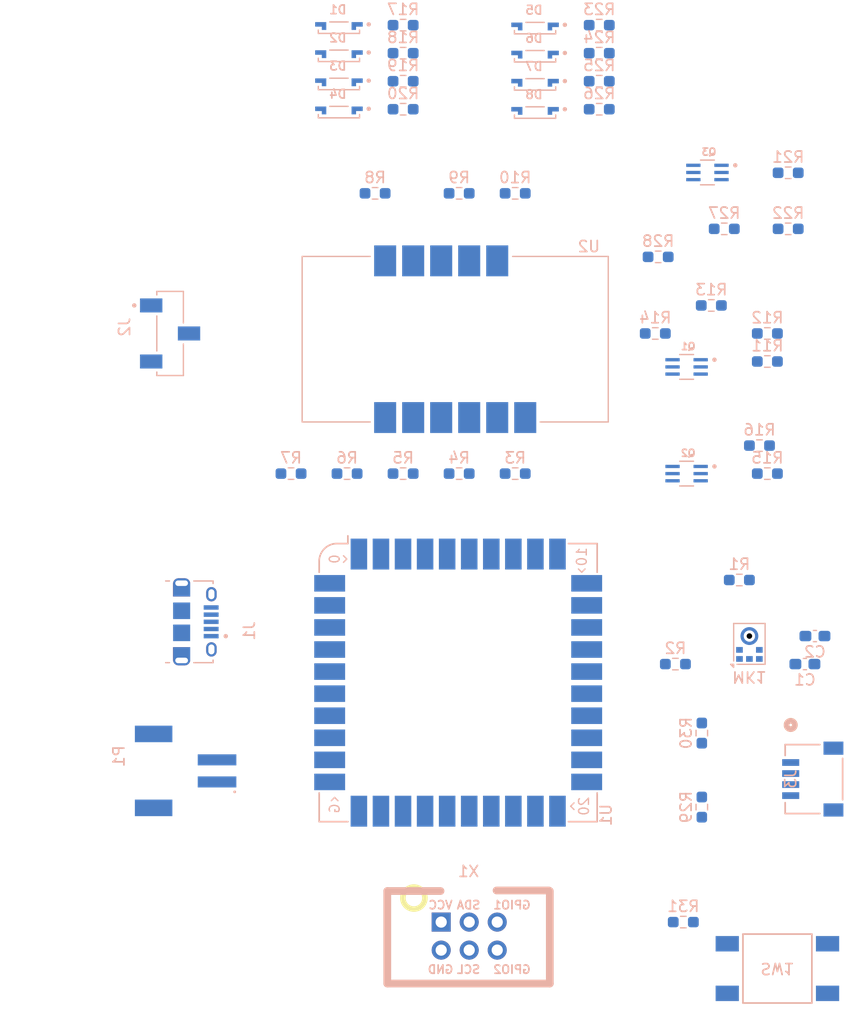
<source format=kicad_pcb>
(kicad_pcb (version 20241229) (generator "pcbnew") (generator_version "9.0")
  (layers (0 "F.Cu" signal) (2 "B.Cu" signal) (13 "F.Paste" user) (15 "B.Paste" user) (5 "F.SilkS" user "F.Silkscreen") (7 "B.SilkS" user "B.Silkscreen") (1 "F.Mask" user) (3 "B.Mask" user) (25 "Edge.Cuts" user))
  (net 0 "")
  (net 1 "+3.3V")
  (net 2 "GND")
  (net 3 "Net-(D1-PadC)")
  (net 4 "Net-(D1-PadA)")
  (net 5 "Net-(D2-PadA)")
  (net 6 "Net-(D3-PadA)")
  (net 7 "Net-(D4-PadA)")
  (net 8 "Net-(D5-PadC)")
  (net 9 "Net-(D5-PadA)")
  (net 10 "Net-(D6-PadA)")
  (net 11 "Net-(D7-PadA)")
  (net 12 "Net-(D8-PadA)")
  (net 14 "+5V")
  (net 15 "/USB_D+")
  (net 16 "/USB_D-")
  (net 17 "/SWDIO")
  (net 18 "/SWCLK")
  (net 19 "/QWIIC_SDA")
  (net 20 "/QWIIC_SCL")
  (net 21 "/LRCLK")
  (net 22 "/BCLK")
  (net 23 "Net-(MK1-SD)")
  (net 24 "/VBAT")
  (net 25 "Net-(Q1-Pad2)")
  (net 26 "Net-(U2-DIG1)")
  (net 27 "Net-(Q1-Pad5)")
  (net 28 "Net-(U2-DIG3)")
  (net 29 "Net-(U2-DIG2)")
  (net 32 "Net-(Q2-Pad2)")
  (net 34 "Net-(Q3-Pad2)")
  (net 35 "Net-(Q3-Pad5)")
  (net 36 "/DATA")
  (net 37 "Net-(U2-DP)")
  (net 38 "/7SEG_DP")
  (net 39 "Net-(U2-D)")
  (net 40 "/7SEG_D")
  (net 41 "Net-(U2-C)")
  (net 42 "/7SEG_C")
  (net 43 "/7SEG_G")
  (net 44 "Net-(U2-G)")
  (net 45 "/7SEG_E")
  (net 46 "Net-(U2-E)")
  (net 47 "Net-(U2-B)")
  (net 48 "/7SEG_B")
  (net 49 "Net-(U2-A)")
  (net 50 "/7SEG_A")
  (net 51 "Net-(U2-F)")
  (net 52 "/7SEG_F")
  (net 53 "/7SEG_DIG1")
  (net 54 "/7SEG_DIG2")
  (net 55 "/7SEG_DIG3")
  (net 56 "/EYE_1")
  (net 57 "/EYE_2")
  (net 58 "/BTN")
  (net 64 "/SAO_SCL")
  (net 65 "/SAO_RX")
  (net 69 "/SAO_TX")
  (net 71 "/<NO NET>")
  (footprint "badgelife_sao_v169bis:Badgelife-SAOv169-SAO-2x3" (layer "F.Cu") (at 149.8 130.79)
    (property "Reference" "X1" (at 0 -5.842 0) (layer "B.SilkS") (effects (justify mirror)))
    (property "Value" "Badgelife_sao_connector_v169bis")
    (fp_text user "VCC" (at -2.54 -2.794 0) (layer "B.SilkS") (effects (font (size 0.75 0.75)) (justify mirror)))
    (fp_text user "GND" (at -2.54 3.048 0) (layer "B.SilkS") (effects (font (size 0.75 0.75)) (justify mirror)))
    (fp_text user "SDA" (at 0 -2.794 0) (layer "B.SilkS") (effects (font (size 0.75 0.75)) (justify mirror)))
    (fp_text user "GPIO1" (at 3.937 -2.794 0) (layer "B.SilkS") (effects (font (size 0.75 0.75)) (justify mirror)))
    (fp_text user "GPIO2" (at 3.937 3.048 0) (layer "B.SilkS") (effects (font (size 0.75 0.75)) (justify mirror)))
    (fp_text user "SCL" (at 0 3.048 0) (layer "B.SilkS") (effects (font (size 0.75 0.75)) (justify mirror)))
    (pad "1" thru_hole rect (at -2.48 -1.25 270) (size 1.7272 1.7272) (drill 1.016) (layers "*.Cu" "*.Mask") (net 1 "+3.3V"))
    (pad "2" thru_hole circle (at -2.48 1.29 270) (size 1.7272 1.7272) (drill 1.016) (layers "*.Cu" "*.Mask") (net 2 "GND"))
    (pad "3" thru_hole oval (at 0.06 -1.25 270) (size 1.7272 1.7272) (drill 1.016) (layers "*.Cu" "*.Mask") (net 71 "/<NO NET>"))
    (pad "4" thru_hole oval (at 0.06 1.29 270) (size 1.7272 1.7272) (drill 1.016) (layers "*.Cu" "*.Mask") (net 64 "/SAO_SCL"))
    (pad "5" thru_hole circle (at 2.6 -1.25 270) (size 1.7272 1.7272) (drill 1.016) (layers "*.Cu" "*.Mask") (net 69 "/SAO_TX"))
    (pad "6" thru_hole circle (at 2.6 1.29 270) (size 1.7272 1.7272) (drill 1.016) (layers "*.Cu" "*.Mask") (net 65 "/SAO_RX"))
  )
  (footprint "Resistor_SMD:R_0603_1608Metric_Pad0.98x0.95mm_HandSolder" (layer "B.Cu") (at 172.98 66.72 180)
    (property "Reference" "R27" (at 0 1.43 0) (layer "B.SilkS") (effects (justify mirror)))
    (property "Value" "100")
    (pad "1" smd roundrect (at -0.9125 0 180) (size 0.975 0.95) (layers "B.Cu" "B.Mask" "B.Paste") (net 57 "/EYE_2"))
    (pad "2" smd roundrect (at 0.9125 0 180) (size 0.975 0.95) (layers "B.Cu" "B.Mask" "B.Paste") (net 35 "Net-(Q3-Pad5)"))
  )
  (footprint "Resistor_SMD:R_0603_1608Metric_Pad0.98x0.95mm_HandSolder" (layer "B.Cu") (at 143.8675 88.9 180)
    (property "Reference" "R5" (at 0 1.43 0) (layer "B.SilkS") (effects (justify mirror)))
    (property "Value" "120")
    (pad "1" smd roundrect (at -0.9125 0 180) (size 0.975 0.95) (layers "B.Cu" "B.Mask" "B.Paste") (net 42 "/7SEG_C"))
    (pad "2" smd roundrect (at 0.9125 0 180) (size 0.975 0.95) (layers "B.Cu" "B.Mask" "B.Paste") (net 41 "Net-(U2-C)"))
  )
  (footprint "Resistor_SMD:R_0603_1608Metric_Pad0.98x0.95mm_HandSolder" (layer "B.Cu") (at 170.946499 112.412501 -90)
    (property "Reference" "R30" (at 0 1.43 90) (layer "B.SilkS") (effects (justify mirror)))
    (property "Value" "DNP")
    (pad "1" smd roundrect (at -0.9125 0 270) (size 0.975 0.95) (layers "B.Cu" "B.Mask" "B.Paste") (net 1 "+3.3V"))
    (pad "2" smd roundrect (at 0.9125 0 270) (size 0.975 0.95) (layers "B.Cu" "B.Mask" "B.Paste") (net 20 "/QWIIC_SCL"))
  )
  (footprint "CUW_Y3SH_B2_GFJD_5J6T_Z242_20_R18_Z:LED_CUW_Y3SH.B2-GFJD-5J6T-Z242-20-R18-Z" (layer "B.Cu") (at 138.05 48.34 180)
    (property "Reference" "D1" (at 0.1 1.48 0) (layer "B.SilkS") (effects (font (size 0.787402 0.787402)) (justify mirror)))
    (property "Value" "CUW_Y3SH.B2-GFJD-5J6T-Z242-20-R18-Z")
    (pad "A" smd custom (at 1.65 0.15 180) (size 0.1 0.1) (layers "B.Cu") (net 4 "Net-(D1-PadA)") (options (clearance outline) (anchor rect)) (primitives (gr_poly (pts (xy 0.5 0.2) (xy 0.5 -0.2) (xy -0.1 -0.2) (xy -0.1 -0.5) (xy -0.5 -0.5) (xy -0.5 0.2)) (width 0.01) (fill yes))))
    (pad "C" smd custom (at -1.65 0.15 180) (size 0.1 0.1) (layers "B.Cu") (net 3 "Net-(D1-PadC)") (options (clearance outline) (anchor rect)) (primitives (gr_poly (pts (xy -0.5 0.2) (xy -0.5 -0.2) (xy 0.1 -0.2) (xy 0.1 -0.5) (xy 0.5 -0.5) (xy 0.5 0.2)) (width 0.01) (fill yes))))
  )
  (footprint "qwiic_connector:CONN_PRT-14417_SPK" (layer "B.Cu") (at 181.106499 116.580001 -90)
    (property "Reference" "J3" (at 0 2.1015 90) (layer "B.SilkS") (effects (justify mirror)))
    (property "Value" "PRT-14417")
    (pad "1" smd rect (at -1.5 2.1015 270) (size 0.6096 1.5494) (layers "B.Cu" "B.Mask" "B.Paste") (net 2 "GND"))
    (pad "2" smd rect (at -0.499999 2.1015 270) (size 0.6096 1.5494) (layers "B.Cu" "B.Mask" "B.Paste") (net 1 "+3.3V"))
    (pad "3" smd rect (at 0.499999 2.1015 270) (size 0.6096 1.5494) (layers "B.Cu" "B.Mask" "B.Paste") (net 19 "/QWIIC_SDA"))
    (pad "4" smd rect (at 1.5 2.1015 270) (size 0.6096 1.5494) (layers "B.Cu" "B.Mask" "B.Paste") (net 20 "/QWIIC_SCL"))
    (pad "5" smd rect (at -2.799999 -1.773501 270) (size 1.1938 1.8034) (layers "B.Cu" "B.Mask" "B.Paste") (net 2 "GND"))
    (pad "6" smd rect (at 2.799999 -1.773501 270) (size 1.1938 1.8034) (layers "B.Cu" "B.Mask" "B.Paste") (net 2 "GND"))
  )
  (footprint "Resistor_SMD:R_0603_1608Metric_Pad0.98x0.95mm_HandSolder" (layer "B.Cu") (at 143.8675 48.26 180)
    (property "Reference" "R17" (at 0 1.43 0) (layer "B.SilkS") (effects (justify mirror)))
    (property "Value" "47")
    (pad "1" smd roundrect (at -0.9125 0 180) (size 0.975 0.95) (layers "B.Cu" "B.Mask" "B.Paste") (net 1 "+3.3V"))
    (pad "2" smd roundrect (at 0.9125 0 180) (size 0.975 0.95) (layers "B.Cu" "B.Mask" "B.Paste") (net 4 "Net-(D1-PadA)"))
  )
  (footprint "CUW_Y3SH_B2_GFJD_5J6T_Z242_20_R18_Z:LED_CUW_Y3SH.B2-GFJD-5J6T-Z242-20-R18-Z" (layer "B.Cu") (at 155.83 50.93 180)
    (property "Reference" "D6" (at 0.1 1.48 0) (layer "B.SilkS") (effects (font (size 0.787402 0.787402)) (justify mirror)))
    (property "Value" "CUW_Y3SH.B2-GFJD-5J6T-Z242-20-R18-Z")
    (pad "A" smd custom (at 1.65 0.15 180) (size 0.1 0.1) (layers "B.Cu") (net 10 "Net-(D6-PadA)") (options (clearance outline) (anchor rect)) (primitives (gr_poly (pts (xy 0.5 0.2) (xy 0.5 -0.2) (xy -0.1 -0.2) (xy -0.1 -0.5) (xy -0.5 -0.5) (xy -0.5 0.2)) (width 0.01) (fill yes))))
    (pad "C" smd custom (at -1.65 0.15 180) (size 0.1 0.1) (layers "B.Cu") (net 8 "Net-(D5-PadC)") (options (clearance outline) (anchor rect)) (primitives (gr_poly (pts (xy -0.5 0.2) (xy -0.5 -0.2) (xy 0.1 -0.2) (xy 0.1 -0.5) (xy 0.5 -0.5) (xy 0.5 0.2)) (width 0.01) (fill yes))))
  )
  (footprint "Resistor_SMD:R_0603_1608Metric_Pad0.98x0.95mm_HandSolder" (layer "B.Cu") (at 161.6475 50.8 180)
    (property "Reference" "R24" (at 0 1.43 0) (layer "B.SilkS") (effects (justify mirror)))
    (property "Value" "47")
    (pad "1" smd roundrect (at -0.9125 0 180) (size 0.975 0.95) (layers "B.Cu" "B.Mask" "B.Paste") (net 1 "+3.3V"))
    (pad "2" smd roundrect (at 0.9125 0 180) (size 0.975 0.95) (layers "B.Cu" "B.Mask" "B.Paste") (net 10 "Net-(D6-PadA)"))
  )
  (footprint "Sensor_Audio:InvenSense_ICS-43434-6_3.5x2.65mm" (layer "B.Cu") (at 175.26 104.330002)
    (property "Reference" "MK1" (at 0 3 180) (layer "B.SilkS") (effects (justify mirror)))
    (property "Value" "ICS-43434")
    (pad "" np_thru_hole circle (at 0 -0.71) (size 0.5 0.5) (drill 0.5) (layers "*.Mask"))
    (pad "1" smd rect (at -0.9 1.364) (size 0.6 0.522) (layers "B.Cu" "B.Mask") (net 21 "/LRCLK"))
    (pad "2" smd rect (at -0.9 0.542) (size 0.6 0.522) (layers "B.Cu" "B.Mask") (net 2 "GND"))
    (pad "3" smd custom (at 0.6625 -0.71 270) (size 0.3 0.3) (layers "B.Cu" "B.Mask") (net 2 "GND") (options (clearance outline) (anchor circle)) (primitives (gr_circle (center 0 0.6625) (end 0.6625 0.6625) (width 0.3) (fill no))))
    (pad "4" smd rect (at 0.9 0.542) (size 0.6 0.522) (layers "B.Cu" "B.Mask") (net 22 "/BCLK"))
    (pad "5" smd rect (at 0.9 1.364) (size 0.6 0.522) (layers "B.Cu" "B.Mask") (net 1 "+3.3V"))
    (pad "6" smd rect (at 0 1.364) (size 0.6 0.522) (layers "B.Cu" "B.Mask") (net 23 "Net-(MK1-SD)"))
  )
  (footprint "S2B-PH-SM4-TB:JST_S2B-PH-SM4-TB" (layer "B.Cu") (at 127 115.84 -90)
    (property "Reference" "P1" (at -1.32682 8.89729 90) (layer "B.SilkS") (effects (font (size 1.001386 1.001386)) (justify mirror)))
    (property "Value" "S2B-PH-SM4-TB")
    (pad "1" smd rect (at 1 0 270) (size 1 3.5) (layers "B.Cu" "B.Mask" "B.Paste") (net 24 "/VBAT"))
    (pad "2" smd rect (at -1 0 270) (size 1 3.5) (layers "B.Cu" "B.Mask" "B.Paste") (net 2 "GND"))
    (pad "P1" smd rect (at 3.35 5.75 270) (size 1.5 3.4) (layers "B.Cu" "B.Mask" "B.Paste"))
    (pad "P2" smd rect (at -3.35 5.75 270) (size 1.5 3.4) (layers "B.Cu" "B.Mask" "B.Paste"))
  )
  (footprint "Resistor_SMD:R_0603_1608Metric_Pad0.98x0.95mm_HandSolder" (layer "B.Cu") (at 178.775 66.72 180)
    (property "Reference" "R22" (at 0 1.43 0) (layer "B.SilkS") (effects (justify mirror)))
    (property "Value" "100k")
    (pad "1" smd roundrect (at -0.9125 0 180) (size 0.975 0.95) (layers "B.Cu" "B.Mask" "B.Paste") (net 34 "Net-(Q3-Pad2)"))
    (pad "2" smd roundrect (at 0.9125 0 180) (size 0.975 0.95) (layers "B.Cu" "B.Mask" "B.Paste") (net 2 "GND"))
  )
  (footprint "FSM2JSMAATR:SWITCH_FSM2JSMAA_TYC" (layer "B.Cu") (at 173.2534 135.99795)
    (property "Reference" "SW1" (at 4.5466 -2.2479 180) (layer "B.SilkS") (effects (justify mirror)))
    (property "Value" "SW_Push_Dual")
    (pad "1" smd rect (at 0 0) (size 2.1082 1.397) (layers "B.Cu" "B.Mask" "B.Paste") (net 58 "/BTN"))
    (pad "2" smd rect (at 9.0932 0) (size 2.1082 1.397) (layers "B.Cu" "B.Mask" "B.Paste") (net 2 "GND"))
    (pad "3" smd rect (at 0 -4.4958) (size 2.1082 1.397) (layers "B.Cu" "B.Mask" "B.Paste") (net 58 "/BTN"))
    (pad "4" smd rect (at 9.0932 -4.4958) (size 2.1082 1.397) (layers "B.Cu" "B.Mask" "B.Paste") (net 2 "GND"))
  )
  (footprint "CUW_Y3SH_B2_GFJD_5J6T_Z242_20_R18_Z:LED_CUW_Y3SH.B2-GFJD-5J6T-Z242-20-R18-Z" (layer "B.Cu") (at 155.83 48.38 180)
    (property "Reference" "D5" (at 0.1 1.48 0) (layer "B.SilkS") (effects (font (size 0.787402 0.787402)) (justify mirror)))
    (property "Value" "CUW_Y3SH.B2-GFJD-5J6T-Z242-20-R18-Z")
    (pad "A" smd custom (at 1.65 0.15 180) (size 0.1 0.1) (layers "B.Cu") (net 9 "Net-(D5-PadA)") (options (clearance outline) (anchor rect)) (primitives (gr_poly (pts (xy 0.5 0.2) (xy 0.5 -0.2) (xy -0.1 -0.2) (xy -0.1 -0.5) (xy -0.5 -0.5) (xy -0.5 0.2)) (width 0.01) (fill yes))))
    (pad "C" smd custom (at -1.65 0.15 180) (size 0.1 0.1) (layers "B.Cu") (net 8 "Net-(D5-PadC)") (options (clearance outline) (anchor rect)) (primitives (gr_poly (pts (xy -0.5 0.2) (xy -0.5 -0.2) (xy 0.1 -0.2) (xy 0.1 -0.5) (xy 0.5 -0.5) (xy 0.5 0.2)) (width 0.01) (fill yes))))
  )
  (footprint "Resistor_SMD:R_0603_1608Metric_Pad0.98x0.95mm_HandSolder" (layer "B.Cu") (at 161.6475 48.26 180)
    (property "Reference" "R23" (at 0 1.43 0) (layer "B.SilkS") (effects (justify mirror)))
    (property "Value" "47")
    (pad "1" smd roundrect (at -0.9125 0 180) (size 0.975 0.95) (layers "B.Cu" "B.Mask" "B.Paste") (net 1 "+3.3V"))
    (pad "2" smd roundrect (at 0.9125 0 180) (size 0.975 0.95) (layers "B.Cu" "B.Mask" "B.Paste") (net 9 "Net-(D5-PadA)"))
  )
  (footprint "Resistor_SMD:R_0603_1608Metric_Pad0.98x0.95mm_HandSolder" (layer "B.Cu") (at 168.5525 106.160002 180)
    (property "Reference" "R2" (at 0 1.43 0) (layer "B.SilkS") (effects (justify mirror)))
    (property "Value" "68")
    (pad "1" smd roundrect (at -0.9125 0 180) (size 0.975 0.95) (layers "B.Cu" "B.Mask" "B.Paste") (net 23 "Net-(MK1-SD)"))
    (pad "2" smd roundrect (at 0.9125 0 180) (size 0.975 0.95) (layers "B.Cu" "B.Mask" "B.Paste") (net 36 "/DATA"))
  )
  (footprint "Resistor_SMD:R_0603_1608Metric_Pad0.98x0.95mm_HandSolder" (layer "B.Cu") (at 171.8075 73.66 180)
    (property "Reference" "R13" (at 0 1.43 0) (layer "B.SilkS") (effects (justify mirror)))
    (property "Value" "100")
    (pad "1" smd roundrect (at -0.9125 0 180) (size 0.975 0.95) (layers "B.Cu" "B.Mask" "B.Paste") (net 54 "/7SEG_DIG2"))
    (pad "2" smd roundrect (at 0.9125 0 180) (size 0.975 0.95) (layers "B.Cu" "B.Mask" "B.Paste") (net 27 "Net-(Q1-Pad5)"))
  )
  (footprint "Resistor_SMD:R_0603_1608Metric_Pad0.98x0.95mm_HandSolder" (layer "B.Cu") (at 161.6475 53.34 180)
    (property "Reference" "R25" (at 0 1.43 0) (layer "B.SilkS") (effects (justify mirror)))
    (property "Value" "47")
    (pad "1" smd roundrect (at -0.9125 0 180) (size 0.975 0.95) (layers "B.Cu" "B.Mask" "B.Paste") (net 1 "+3.3V"))
    (pad "2" smd roundrect (at 0.9125 0 180) (size 0.975 0.95) (layers "B.Cu" "B.Mask" "B.Paste") (net 11 "Net-(D7-PadA)"))
  )
  (footprint "Resistor_SMD:R_0603_1608Metric_Pad0.98x0.95mm_HandSolder" (layer "B.Cu") (at 176.1725 86.36 180)
    (property "Reference" "R16" (at 0 1.43 0) (layer "B.SilkS") (effects (justify mirror)))
    (property "Value" "100k")
    (pad "1" smd roundrect (at -0.9125 0 180) (size 0.975 0.95) (layers "B.Cu" "B.Mask" "B.Paste") (net 32 "Net-(Q2-Pad2)"))
    (pad "2" smd roundrect (at 0.9125 0 180) (size 0.975 0.95) (layers "B.Cu" "B.Mask" "B.Paste") (net 2 "GND"))
  )
  (footprint "Resistor_SMD:R_0603_1608Metric_Pad0.98x0.95mm_HandSolder" (layer "B.Cu") (at 176.8875 88.9 180)
    (property "Reference" "R15" (at 0 1.43 0) (layer "B.SilkS") (effects (justify mirror)))
    (property "Value" "100")
    (pad "1" smd roundrect (at -0.9125 0 180) (size 0.975 0.95) (layers "B.Cu" "B.Mask" "B.Paste") (net 55 "/7SEG_DIG3"))
    (pad "2" smd roundrect (at 0.9125 0 180) (size 0.975 0.95) (layers "B.Cu" "B.Mask" "B.Paste") (net 32 "Net-(Q2-Pad2)"))
  )
  (footprint "Resistor_SMD:R_0603_1608Metric_Pad0.98x0.95mm_HandSolder" (layer "B.Cu") (at 174.3475 98.540002 180)
    (property "Reference" "R1" (at 0 1.43 0) (layer "B.SilkS") (effects (justify mirror)))
    (property "Value" "47k")
    (pad "1" smd roundrect (at -0.9125 0 180) (size 0.975 0.95) (layers "B.Cu" "B.Mask" "B.Paste") (net 23 "Net-(MK1-SD)"))
    (pad "2" smd roundrect (at 0.9125 0 180) (size 0.975 0.95) (layers "B.Cu" "B.Mask" "B.Paste") (net 2 "GND"))
  )
  (footprint "Capacitor_SMD:C_0603_1608Metric_Pad1.08x0.95mm_HandSolder" (layer "B.Cu") (at 181.2025 103.620002)
    (property "Reference" "C2" (at 0 1.43 0) (layer "B.SilkS") (effects (justify mirror)))
    (property "Value" "1uF")
    (pad "1" smd roundrect (at -0.8625 0) (size 1.075 0.95) (layers "B.Cu" "B.Mask" "B.Paste") (net 1 "+3.3V"))
    (pad "2" smd roundrect (at 0.8625 0) (size 1.075 0.95) (layers "B.Cu" "B.Mask" "B.Paste") (net 2 "GND"))
  )
  (footprint "Resistor_SMD:R_0603_1608Metric_Pad0.98x0.95mm_HandSolder" (layer "B.Cu") (at 148.9475 88.9 180)
    (property "Reference" "R4" (at 0 1.43 0) (layer "B.SilkS") (effects (justify mirror)))
    (property "Value" "120")
    (pad "1" smd roundrect (at -0.9125 0 180) (size 0.975 0.95) (layers "B.Cu" "B.Mask" "B.Paste") (net 40 "/7SEG_D"))
    (pad "2" smd roundrect (at 0.9125 0 180) (size 0.975 0.95) (layers "B.Cu" "B.Mask" "B.Paste") (net 39 "Net-(U2-D)"))
  )
  (footprint "BSD840NH6327XTSA1:TRANS_BSD840NH6327XTSA1" (layer "B.Cu") (at 171.455 61.61 180)
    (property "Reference" "Q3" (at -0.143 1.8564 0) (layer "B.SilkS") (effects (font (size 0.64 0.64)) (justify mirror)))
    (property "Value" "BSD840NH6327XTSA1")
    (pad "1" smd roundrect (at -1.275 0.65 180) (size 1.3 0.3) (layers "B.Cu" "B.Mask" "B.Paste") (roundrect_rratio 0.1) (net 2 "GND"))
    (pad "2" smd roundrect (at -1.275 0 180) (size 1.3 0.3) (layers "B.Cu" "B.Mask" "B.Paste") (roundrect_rratio 0.1) (net 34 "Net-(Q3-Pad2)"))
    (pad "3" smd roundrect (at -1.275 -0.65 180) (size 1.3 0.3) (layers "B.Cu" "B.Mask" "B.Paste") (roundrect_rratio 0.1) (net 8 "Net-(D5-PadC)"))
    (pad "4" smd roundrect (at 1.275 -0.65 180) (size 1.3 0.3) (layers "B.Cu" "B.Mask" "B.Paste") (roundrect_rratio 0.1) (net 2 "GND"))
    (pad "5" smd roundrect (at 1.275 0 180) (size 1.3 0.3) (layers "B.Cu" "B.Mask" "B.Paste") (roundrect_rratio 0.1) (net 35 "Net-(Q3-Pad5)"))
    (pad "6" smd roundrect (at 1.275 0.65 180) (size 1.3 0.3) (layers "B.Cu" "B.Mask" "B.Paste") (roundrect_rratio 0.1) (net 3 "Net-(D1-PadC)"))
  )
  (footprint "10129380-903001BLF:AMPHENOL_10129380-903001BLF" (layer "B.Cu") (at 122.745 76.2 -90)
    (property "Reference" "J2" (at -0.575 4.135 90) (layer "B.SilkS") (effects (justify mirror)))
    (property "Value" "Conn_01x03_Pin")
    (pad "1" smd rect (at -2.54 1.715 270) (size 1.27 2.03) (layers "B.Cu" "B.Mask" "B.Paste") (net 18 "/SWCLK"))
    (pad "2" smd rect (at 0 -1.715 270) (size 1.27 2.03) (layers "B.Cu" "B.Mask" "B.Paste") (net 2 "GND"))
    (pad "3" smd rect (at 2.54 1.715 270) (size 1.27 2.03) (layers "B.Cu" "B.Mask" "B.Paste") (net 17 "/SWDIO"))
  )
  (footprint "10118194_0001LF:AMPHENOL_10118194-0001LF" (layer "B.Cu") (at 123.79 102.33 90)
    (property "Reference" "J1" (at -0.825 6.135 90) (layer "B.SilkS") (effects (justify mirror)))
    (property "Value" "10118194-0001LF")
    (pad "1" smd rect (at -1.3 2.675 90) (size 0.4 1.35) (layers "B.Cu" "B.Mask" "B.Paste") (net 14 "+5V"))
    (pad "2" smd rect (at -0.65 2.675 90) (size 0.4 1.35) (layers "B.Cu" "B.Mask" "B.Paste") (net 16 "/USB_D-"))
    (pad "3" smd rect (at 0 2.675 90) (size 0.4 1.35) (layers "B.Cu" "B.Mask" "B.Paste") (net 15 "/USB_D+"))
    (pad "4" smd rect (at 0.65 2.675 90) (size 0.4 1.35) (layers "B.Cu" "B.Mask" "B.Paste"))
    (pad "5" smd rect (at 1.3 2.675 90) (size 0.4 1.35) (layers "B.Cu" "B.Mask" "B.Paste") (net 2 "GND"))
    (pad "SH1" thru_hole custom (at -3.5 0 90) (size 0.775 1.55) (drill oval 0.5 1.15) (layers "*.Cu") (net 2 "GND") (options (clearance outline) (anchor circle)) (primitives (gr_poly (pts (xy 1.2 -0.775) (xy 0.055 -0.775) (xy 0.029 -0.774) (xy 0.003 -0.772) (xy -0.023 -0.769) (xy -0.049 -0.764) (xy -0.074 -0.758) (xy -0.1 -0.751) (xy -0.124 -0.742) (xy -0.148 -0.732) (xy -0.172 -0.721) (xy -0.195 -0.708) (xy -0.217 -0.694) (xy -0.239 -0.68) (xy -0.26 -0.664) (xy -0.28 -0.647) (xy -0.299 -0.629) (xy -0.317 -0.61) (xy -0.334 -0.59) (xy -0.35 -0.569) (xy -0.364 -0.547) (xy -0.378 -0.525) (xy -0.391 -0.502) (xy -0.402 -0.478) (xy -0.412 -0.454) (xy -0.421 -0.43) (xy -0.428 -0.404) (xy -0.434 -0.379) (xy -0.439 -0.353) (xy -0.442 -0.327) (xy -0.444 -0.301) (xy -0.445 -0.275) (xy -0.445 0.275) (xy -0.444 0.301) (xy -0.442 0.327) (xy -0.439 0.353) (xy -0.434 0.379) (xy -0.428 0.404) (xy -0.421 0.43) (xy -0.412 0.454) (xy -0.402 0.478) (xy -0.391 0.502) (xy -0.378 0.525) (xy -0.364 0.547) (xy -0.35 0.569) (xy -0.334 0.59) (xy -0.317 0.61) (xy -0.299 0.629) (xy -0.28 0.647) (xy -0.26 0.664) (xy -0.239 0.68) (xy -0.217 0.694) (xy -0.195 0.708) (xy -0.172 0.721) (xy -0.148 0.732) (xy -0.124 0.742) (xy -0.1 0.751) (xy -0.074 0.758) (xy -0.049 0.764) (xy -0.023 0.769) (xy 0.003 0.772) (xy 0.029 0.774) (xy 0.055 0.775) (xy 1.2 0.775) (xy 1.2 -0.775)) (width 0.01) (fill yes))))
    (pad "SH2" smd rect (at 1 0 90) (size 1.5 1.55) (layers "B.Cu" "B.Mask" "B.Paste") (net 2 "GND"))
    (pad "SH3" smd rect (at -1 0 90) (size 1.5 1.55) (layers "B.Cu" "B.Mask" "B.Paste") (net 2 "GND"))
    (pad "SH4" thru_hole custom (at 3.5 0 90) (size 0.775 1.55) (drill oval 0.5 1.15) (layers "*.Cu") (net 2 "GND") (options (clearance outline) (anchor circle)) (primitives (gr_poly (pts (xy -1.2 0.775) (xy -0.055 0.775) (xy -0.029 0.774) (xy -0.003 0.772) (xy 0.023 0.769) (xy 0.049 0.764) (xy 0.074 0.758) (xy 0.1 0.751) (xy 0.124 0.742) (xy 0.148 0.732) (xy 0.172 0.721) (xy 0.195 0.708) (xy 0.217 0.694) (xy 0.239 0.68) (xy 0.26 0.664) (xy 0.28 0.647) (xy 0.299 0.629) (xy 0.317 0.61) (xy 0.334 0.59) (xy 0.35 0.569) (xy 0.364 0.547) (xy 0.378 0.525) (xy 0.391 0.502) (xy 0.402 0.478) (xy 0.412 0.454) (xy 0.421 0.43) (xy 0.428 0.404) (xy 0.434 0.379) (xy 0.439 0.353) (xy 0.442 0.327) (xy 0.444 0.301) (xy 0.445 0.275) (xy 0.445 -0.275) (xy 0.444 -0.301) (xy 0.442 -0.327) (xy 0.439 -0.353) (xy 0.434 -0.379) (xy 0.428 -0.404) (xy 0.421 -0.43) (xy 0.412 -0.454) (xy 0.402 -0.478) (xy 0.391 -0.502) (xy 0.378 -0.525) (xy 0.364 -0.547) (xy 0.35 -0.569) (xy 0.334 -0.59) (xy 0.317 -0.61) (xy 0.299 -0.629) (xy 0.28 -0.647) (xy 0.26 -0.664) (xy 0.239 -0.68) (xy 0.217 -0.694) (xy 0.195 -0.708) (xy 0.172 -0.721) (xy 0.148 -0.732) (xy 0.124 -0.742) (xy 0.1 -0.751) (xy 0.074 -0.758) (xy 0.049 -0.764) (xy 0.023 -0.769) (xy -0.003 -0.772) (xy -0.029 -0.774) (xy -0.055 -0.775) (xy -1.2 -0.775) (xy -1.2 0.775)) (width 0.01) (fill yes))))
    (pad "SH5" thru_hole oval (at -2.5 2.7 90) (size 1.3 0.95) (drill oval 0.9 0.55) (layers "*.Cu" "*.Mask") (net 2 "GND"))
    (pad "SH6" thru_hole oval (at 2.5 2.7 90) (size 1.3 0.95) (drill oval 0.9 0.55) (layers "*.Cu" "*.Mask") (net 2 "GND"))
  )
  (footprint "Resistor_SMD:R_0603_1608Metric_Pad0.98x0.95mm_HandSolder" (layer "B.Cu") (at 178.775 61.64 180)
    (property "Reference" "R21" (at 0 1.43 0) (layer "B.SilkS") (effects (justify mirror)))
    (property "Value" "100")
    (pad "1" smd roundrect (at -0.9125 0 180) (size 0.975 0.95) (layers "B.Cu" "B.Mask" "B.Paste") (net 56 "/EYE_1"))
    (pad "2" smd roundrect (at 0.9125 0 180) (size 0.975 0.95) (layers "B.Cu" "B.Mask" "B.Paste") (net 34 "Net-(Q3-Pad2)"))
  )
  (footprint "Resistor_SMD:R_0603_1608Metric_Pad0.98x0.95mm_HandSolder" (layer "B.Cu") (at 154.0275 88.9 180)
    (property "Reference" "R3" (at 0 1.43 0) (layer "B.SilkS") (effects (justify mirror)))
    (property "Value" "120")
    (pad "1" smd roundrect (at -0.9125 0 180) (size 0.975 0.95) (layers "B.Cu" "B.Mask" "B.Paste") (net 38 "/7SEG_DP"))
    (pad "2" smd roundrect (at 0.9125 0 180) (size 0.975 0.95) (layers "B.Cu" "B.Mask" "B.Paste") (net 37 "Net-(U2-DP)"))
  )
  (footprint "Resistor_SMD:R_0603_1608Metric_Pad0.98x0.95mm_HandSolder" (layer "B.Cu") (at 166.9875 69.26 180)
    (property "Reference" "R28" (at 0 1.43 0) (layer "B.SilkS") (effects (justify mirror)))
    (property "Value" "100k")
    (pad "1" smd roundrect (at -0.9125 0 180) (size 0.975 0.95) (layers "B.Cu" "B.Mask" "B.Paste") (net 35 "Net-(Q3-Pad5)"))
    (pad "2" smd roundrect (at 0.9125 0 180) (size 0.975 0.95) (layers "B.Cu" "B.Mask" "B.Paste") (net 2 "GND"))
  )
  (footprint "Resistor_SMD:R_0603_1608Metric_Pad0.98x0.95mm_HandSolder" (layer "B.Cu") (at 176.8875 76.2 180)
    (property "Reference" "R12" (at 0 1.43 0) (layer "B.SilkS") (effects (justify mirror)))
    (property "Value" "100k")
    (pad "1" smd roundrect (at -0.9125 0 180) (size 0.975 0.95) (layers "B.Cu" "B.Mask" "B.Paste") (net 25 "Net-(Q1-Pad2)"))
    (pad "2" smd roundrect (at 0.9125 0 180) (size 0.975 0.95) (layers "B.Cu" "B.Mask" "B.Paste") (net 2 "GND"))
  )
  (footprint "Resistor_SMD:R_0603_1608Metric_Pad0.98x0.95mm_HandSolder" (layer "B.Cu") (at 143.8675 53.34 180)
    (property "Reference" "R19" (at 0 1.43 0) (layer "B.SilkS") (effects (justify mirror)))
    (property "Value" "47")
    (pad "1" smd roundrect (at -0.9125 0 180) (size 0.975 0.95) (layers "B.Cu" "B.Mask" "B.Paste") (net 1 "+3.3V"))
    (pad "2" smd roundrect (at 0.9125 0 180) (size 0.975 0.95) (layers "B.Cu" "B.Mask" "B.Paste") (net 6 "Net-(D3-PadA)"))
  )
  (footprint "Resistor_SMD:R_0603_1608Metric_Pad0.98x0.95mm_HandSolder" (layer "B.Cu") (at 176.8875 78.74 180)
    (property "Reference" "R11" (at 0 1.43 0) (layer "B.SilkS") (effects (justify mirror)))
    (property "Value" "100")
    (pad "1" smd roundrect (at -0.9125 0 180) (size 0.975 0.95) (layers "B.Cu" "B.Mask" "B.Paste") (net 53 "/7SEG_DIG1"))
    (pad "2" smd roundrect (at 0.9125 0 180) (size 0.975 0.95) (layers "B.Cu" "B.Mask" "B.Paste") (net 25 "Net-(Q1-Pad2)"))
  )
  (footprint "Resistor_SMD:R_0603_1608Metric_Pad0.98x0.95mm_HandSolder" (layer "B.Cu") (at 138.7875 88.9 180)
    (property "Reference" "R6" (at 0 1.43 0) (layer "B.SilkS") (effects (justify mirror)))
    (property "Value" "120")
    (pad "1" smd roundrect (at -0.9125 0 180) (size 0.975 0.95) (layers "B.Cu" "B.Mask" "B.Paste") (net 43 "/7SEG_G"))
    (pad "2" smd roundrect (at 0.9125 0 180) (size 0.975 0.95) (layers "B.Cu" "B.Mask" "B.Paste") (net 44 "Net-(U2-G)"))
  )
  (footprint "Resistor_SMD:R_0603_1608Metric_Pad0.98x0.95mm_HandSolder" (layer "B.Cu") (at 154.0275 63.5 180)
    (property "Reference" "R10" (at 0 1.43 0) (layer "B.SilkS") (effects (justify mirror)))
    (property "Value" "120")
    (pad "1" smd roundrect (at -0.9125 0 180) (size 0.975 0.95) (layers "B.Cu" "B.Mask" "B.Paste") (net 52 "/7SEG_F"))
    (pad "2" smd roundrect (at 0.9125 0 180) (size 0.975 0.95) (layers "B.Cu" "B.Mask" "B.Paste") (net 51 "Net-(U2-F)"))
  )
  (footprint "CUW_Y3SH_B2_GFJD_5J6T_Z242_20_R18_Z:LED_CUW_Y3SH.B2-GFJD-5J6T-Z242-20-R18-Z" (layer "B.Cu") (at 138.05 50.89 180)
    (property "Reference" "D2" (at 0.1 1.48 0) (layer "B.SilkS") (effects (font (size 0.787402 0.787402)) (justify mirror)))
    (property "Value" "CUW_Y3SH.B2-GFJD-5J6T-Z242-20-R18-Z")
    (pad "A" smd custom (at 1.65 0.15 180) (size 0.1 0.1) (layers "B.Cu") (net 5 "Net-(D2-PadA)") (options (clearance outline) (anchor rect)) (primitives (gr_poly (pts (xy 0.5 0.2) (xy 0.5 -0.2) (xy -0.1 -0.2) (xy -0.1 -0.5) (xy -0.5 -0.5) (xy -0.5 0.2)) (width 0.01) (fill yes))))
    (pad "C" smd custom (at -1.65 0.15 180) (size 0.1 0.1) (layers "B.Cu") (net 3 "Net-(D1-PadC)") (options (clearance outline) (anchor rect)) (primitives (gr_poly (pts (xy -0.5 0.2) (xy -0.5 -0.2) (xy 0.1 -0.2) (xy 0.1 -0.5) (xy 0.5 -0.5) (xy 0.5 0.2)) (width 0.01) (fill yes))))
  )
  (footprint "CUW_Y3SH_B2_GFJD_5J6T_Z242_20_R18_Z:LED_CUW_Y3SH.B2-GFJD-5J6T-Z242-20-R18-Z" (layer "B.Cu") (at 155.83 56.03 180)
    (property "Reference" "D8" (at 0.1 1.48 0) (layer "B.SilkS") (effects (font (size 0.787402 0.787402)) (justify mirror)))
    (property "Value" "CUW_Y3SH.B2-GFJD-5J6T-Z242-20-R18-Z")
    (pad "A" smd custom (at 1.65 0.15 180) (size 0.1 0.1) (layers "B.Cu") (net 12 "Net-(D8-PadA)") (options (clearance outline) (anchor rect)) (primitives (gr_poly (pts (xy 0.5 0.2) (xy 0.5 -0.2) (xy -0.1 -0.2) (xy -0.1 -0.5) (xy -0.5 -0.5) (xy -0.5 0.2)) (width 0.01) (fill yes))))
    (pad "C" smd custom (at -1.65 0.15 180) (size 0.1 0.1) (layers "B.Cu") (net 8 "Net-(D5-PadC)") (options (clearance outline) (anchor rect)) (primitives (gr_poly (pts (xy -0.5 0.2) (xy -0.5 -0.2) (xy 0.1 -0.2) (xy 0.1 -0.5) (xy 0.5 -0.5) (xy 0.5 0.2)) (width 0.01) (fill yes))))
  )
  (footprint "Resistor_SMD:R_0603_1608Metric_Pad0.98x0.95mm_HandSolder" (layer "B.Cu") (at 133.7075 88.9 180)
    (property "Reference" "R7" (at 0 1.43 0) (layer "B.SilkS") (effects (justify mirror)))
    (property "Value" "120")
    (pad "1" smd roundrect (at -0.9125 0 180) (size 0.975 0.95) (layers "B.Cu" "B.Mask" "B.Paste") (net 45 "/7SEG_E"))
    (pad "2" smd roundrect (at 0.9125 0 180) (size 0.975 0.95) (layers "B.Cu" "B.Mask" "B.Paste") (net 46 "Net-(U2-E)"))
  )
  (footprint "Resistor_SMD:R_0603_1608Metric_Pad0.98x0.95mm_HandSolder" (layer "B.Cu") (at 141.3275 63.5 180)
    (property "Reference" "R8" (at 0 1.43 0) (layer "B.SilkS") (effects (justify mirror)))
    (property "Value" "120")
    (pad "1" smd roundrect (at -0.9125 0 180) (size 0.975 0.95) (layers "B.Cu" "B.Mask" "B.Paste") (net 48 "/7SEG_B"))
    (pad "2" smd roundrect (at 0.9125 0 180) (size 0.975 0.95) (layers "B.Cu" "B.Mask" "B.Paste") (net 47 "Net-(U2-B)"))
  )
  (footprint "Resistor_SMD:R_0603_1608Metric_Pad0.98x0.95mm_HandSolder" (layer "B.Cu") (at 143.8675 50.8 180)
    (property "Reference" "R18" (at 0 1.43 0) (layer "B.SilkS") (effects (justify mirror)))
    (property "Value" "47")
    (pad "1" smd roundrect (at -0.9125 0 180) (size 0.975 0.95) (layers "B.Cu" "B.Mask" "B.Paste") (net 1 "+3.3V"))
    (pad "2" smd roundrect (at 0.9125 0 180) (size 0.975 0.95) (layers "B.Cu" "B.Mask" "B.Paste") (net 5 "Net-(D2-PadA)"))
  )
  (footprint "BSD840NH6327XTSA1:TRANS_BSD840NH6327XTSA1" (layer "B.Cu") (at 169.5675 79.23 180)
    (property "Reference" "Q1" (at -0.143 1.8564 0) (layer "B.SilkS") (effects (font (size 0.64 0.64)) (justify mirror)))
    (property "Value" "BSD840NH6327XTSA1")
    (pad "1" smd roundrect (at -1.275 0.65 180) (size 1.3 0.3) (layers "B.Cu" "B.Mask" "B.Paste") (roundrect_rratio 0.1) (net 2 "GND"))
    (pad "2" smd roundrect (at -1.275 0 180) (size 1.3 0.3) (layers "B.Cu" "B.Mask" "B.Paste") (roundrect_rratio 0.1) (net 25 "Net-(Q1-Pad2)"))
    (pad "3" smd roundrect (at -1.275 -0.65 180) (size 1.3 0.3) (layers "B.Cu" "B.Mask" "B.Paste") (roundrect_rratio 0.1) (net 28 "Net-(U2-DIG3)"))
    (pad "4" smd roundrect (at 1.275 -0.65 180) (size 1.3 0.3) (layers "B.Cu" "B.Mask" "B.Paste") (roundrect_rratio 0.1) (net 2 "GND"))
    (pad "5" smd roundrect (at 1.275 0 180) (size 1.3 0.3) (layers "B.Cu" "B.Mask" "B.Paste") (roundrect_rratio 0.1) (net 27 "Net-(Q1-Pad5)"))
    (pad "6" smd roundrect (at 1.275 0.65 180) (size 1.3 0.3) (layers "B.Cu" "B.Mask" "B.Paste") (roundrect_rratio 0.1) (net 26 "Net-(U2-DIG1)"))
  )
  (footprint "RP2xxx_Stamp:RP2xxx_Stamp_SMD" (layer "B.Cu") (at 148.86 107.84 -90)
    (property "Reference" "U1" (at 12 -13.4 90) (layer "B.SilkS") (effects (justify mirror)))
    (property "Value" "RP2350_Stamp")
    (fp_text user "20" (at 11.2 -11.4 90) (layer "B.SilkS") (effects (font (size 0.9 0.9) (thickness 0.12)) (justify mirror)))
    (fp_text user "G" (at 11.4 11.2 90) (layer "B.SilkS") (effects (font (size 0.9 0.9) (thickness 0.12)) (justify mirror)))
    (fp_text user "10" (at -11.4 -11.2 90) (layer "B.SilkS") (effects (font (size 0.9 0.9) (thickness 0.12)) (justify mirror)))
    (fp_text user "0" (at -11.2 11.2 90) (layer "B.SilkS") (effects (font (size 0.9 0.9) (thickness 0.12)) (justify mirror)))
    (pad "1" smd rect (at -11.65 9 270) (size 2.8 1.5) (layers "B.Cu" "B.Mask" "B.Paste") (net 69 "/SAO_TX"))
    (pad "2" smd rect (at -11.65 7 270) (size 2.8 1.5) (layers "B.Cu" "B.Mask" "B.Paste") (net 65 "/SAO_RX"))
    (pad "3" smd rect (at -11.65 5 270) (size 2.8 1.5) (layers "B.Cu" "B.Mask" "B.Paste") (net 52 "/7SEG_F"))
    (pad "4" smd rect (at -11.65 3 270) (size 2.8 1.5) (layers "B.Cu" "B.Mask" "B.Paste") (net 50 "/7SEG_A"))
    (pad "5" smd rect (at -11.65 1 270) (size 2.8 1.5) (layers "B.Cu" "B.Mask" "B.Paste") (net 48 "/7SEG_B"))
    (pad "6" smd rect (at -11.65 -1 270) (size 2.8 1.5) (layers "B.Cu" "B.Mask" "B.Paste") (net 45 "/7SEG_E"))
    (pad "7" smd rect (at -11.65 -3 270) (size 2.8 1.5) (layers "B.Cu" "B.Mask" "B.Paste") (net 43 "/7SEG_G"))
    (pad "8" smd rect (at -11.65 -5 270) (size 2.8 1.5) (layers "B.Cu" "B.Mask" "B.Paste") (net 42 "/7SEG_C"))
    (pad "9" smd rect (at -11.65 -7 270) (size 2.8 1.5) (layers "B.Cu" "B.Mask" "B.Paste") (net 40 "/7SEG_D"))
    (pad "10" smd rect (at -11.65 -9 270) (size 2.8 1.5) (layers "B.Cu" "B.Mask" "B.Paste") (net 38 "/7SEG_DP"))
    (pad "11" smd rect (at -9 -11.65) (size 2.8 1.5) (layers "B.Cu" "B.Mask" "B.Paste") (net 53 "/7SEG_DIG1"))
    (pad "12" smd rect (at -7 -11.65) (size 2.8 1.5) (layers "B.Cu" "B.Mask" "B.Paste") (net 54 "/7SEG_DIG2"))
    (pad "13" smd rect (at -5 -11.65) (size 2.8 1.5) (layers "B.Cu" "B.Mask" "B.Paste") (net 55 "/7SEG_DIG3"))
    (pad "14" smd rect (at -3 -11.65) (size 2.8 1.5) (layers "B.Cu" "B.Mask" "B.Paste"))
    (pad "15" smd rect (at -1 -11.65) (size 2.8 1.5) (layers "B.Cu" "B.Mask" "B.Paste"))
    (pad "16" smd rect (at 1 -11.65) (size 2.8 1.5) (layers "B.Cu" "B.Mask" "B.Paste"))
    (pad "17" smd rect (at 3 -11.65) (size 2.8 1.5) (layers "B.Cu" "B.Mask" "B.Paste") (net 56 "/EYE_1"))
    (pad "18" smd rect (at 5 -11.65) (size 2.8 1.5) (layers "B.Cu" "B.Mask" "B.Paste") (net 57 "/EYE_2"))
    (pad "19" smd rect (at 7 -11.65) (size 2.8 1.5) (layers "B.Cu" "B.Mask" "B.Paste") (net 22 "/BCLK"))
    (pad "20" smd rect (at 9 -11.65) (size 2.8 1.5) (layers "B.Cu" "B.Mask" "B.Paste") (net 21 "/LRCLK"))
    (pad "21" smd rect (at 11.65 -9 270) (size 2.8 1.5) (layers "B.Cu" "B.Mask" "B.Paste") (net 36 "/DATA"))
    (pad "22" smd rect (at 11.65 -7 270) (size 2.8 1.5) (layers "B.Cu" "B.Mask" "B.Paste"))
    (pad "23" smd rect (at 11.65 -5 270) (size 2.8 1.5) (layers "B.Cu" "B.Mask" "B.Paste") (net 19 "/QWIIC_SDA"))
    (pad "24" smd rect (at 11.65 -3 270) (size 2.8 1.5) (layers "B.Cu" "B.Mask" "B.Paste") (net 20 "/QWIIC_SCL"))
    (pad "25" smd rect (at 11.65 -1 270) (size 2.8 1.5) (layers "B.Cu" "B.Mask" "B.Paste") (net 58 "/BTN"))
    (pad "26" smd rect (at 11.65 1 270) (size 2.8 1.5) (layers "B.Cu" "B.Mask" "B.Paste"))
    (pad "27" smd rect (at 11.65 3 270) (size 2.8 1.5) (layers "B.Cu" "B.Mask" "B.Paste"))
    (pad "28" smd rect (at 11.65 5 270) (size 2.8 1.5) (layers "B.Cu" "B.Mask" "B.Paste"))
    (pad "29" smd rect (at 11.65 7 270) (size 2.8 1.5) (layers "B.Cu" "B.Mask" "B.Paste") (net 71 "/<NO NET>"))
    (pad "30" smd rect (at 11.65 9 270) (size 2.8 1.5) (layers "B.Cu" "B.Mask" "B.Paste") (net 64 "/SAO_SCL"))
    (pad "31" smd rect (at 9 11.65) (size 2.8 1.5) (layers "B.Cu" "B.Mask" "B.Paste") (net 2 "GND"))
    (pad "32" smd rect (at 7 11.65) (size 2.8 1.5) (layers "B.Cu" "B.Mask" "B.Paste") (net 24 "/VBAT"))
    (pad "33" smd rect (at 5 11.65) (size 2.8 1.5) (layers "B.Cu" "B.Mask" "B.Paste") (net 14 "+5V"))
    (pad "34" smd rect (at 3 11.65) (size 2.8 1.5) (layers "B.Cu" "B.Mask" "B.Paste") (net 1 "+3.3V"))
    (pad "35" smd rect (at 1 11.65) (size 2.8 1.5) (layers "B.Cu" "B.Mask" "B.Paste") (net 16 "/USB_D-"))
    (pad "36" smd rect (at -1 11.65) (size 2.8 1.5) (layers "B.Cu" "B.Mask" "B.Paste") (net 15 "/USB_D+"))
    (pad "37" smd rect (at -3 11.65) (size 2.8 1.5) (layers "B.Cu" "B.Mask" "B.Paste") (net 17 "/SWDIO"))
    (pad "38" smd rect (at -5 11.65) (size 2.8 1.5) (layers "B.Cu" "B.Mask" "B.Paste") (net 18 "/SWCLK"))
    (pad "39" smd rect (at -7 11.65) (size 2.8 1.5) (layers "B.Cu" "B.Mask" "B.Paste"))
    (pad "40" smd rect (at -9 11.65) (size 2.8 1.5) (layers "B.Cu" "B.Mask" "B.Paste"))
  )
  (footprint "BSD840NH6327XTSA1:TRANS_BSD840NH6327XTSA1" (layer "B.Cu") (at 169.5675 88.9 180)
    (property "Reference" "Q2" (at -0.143 1.8564 0) (layer "B.SilkS") (effects (font (size 0.64 0.64)) (justify mirror)))
    (property "Value" "BSD840NH6327XTSA1")
    (pad "1" smd roundrect (at -1.275 0.65 180) (size 1.3 0.3) (layers "B.Cu" "B.Mask" "B.Paste") (roundrect_rratio 0.1) (net 2 "GND"))
    (pad "2" smd roundrect (at -1.275 0 180) (size 1.3 0.3) (layers "B.Cu" "B.Mask" "B.Paste") (roundrect_rratio 0.1) (net 32 "Net-(Q2-Pad2)"))
    (pad "3" smd roundrect (at -1.275 -0.65 180) (size 1.3 0.3) (layers "B.Cu" "B.Mask" "B.Paste") (roundrect_rratio 0.1))
    (pad "4" smd roundrect (at 1.275 -0.65 180) (size 1.3 0.3) (layers "B.Cu" "B.Mask" "B.Paste") (roundrect_rratio 0.1))
    (pad "5" smd roundrect (at 1.275 0 180) (size 1.3 0.3) (layers "B.Cu" "B.Mask" "B.Paste") (roundrect_rratio 0.1))
    (pad "6" smd roundrect (at 1.275 0.65 180) (size 1.3 0.3) (layers "B.Cu" "B.Mask" "B.Paste") (roundrect_rratio 0.1) (net 29 "Net-(U2-DIG2)"))
  )
  (footprint "Resistor_SMD:R_0603_1608Metric_Pad0.98x0.95mm_HandSolder" (layer "B.Cu") (at 166.7275 76.2 180)
    (property "Reference" "R14" (at 0 1.43 0) (layer "B.SilkS") (effects (justify mirror)))
    (property "Value" "100k")
    (pad "1" smd roundrect (at -0.9125 0 180) (size 0.975 0.95) (layers "B.Cu" "B.Mask" "B.Paste") (net 27 "Net-(Q1-Pad5)"))
    (pad "2" smd roundrect (at 0.9125 0 180) (size 0.975 0.95) (layers "B.Cu" "B.Mask" "B.Paste") (net 2 "GND"))
  )
  (footprint "Capacitor_SMD:C_0603_1608Metric_Pad1.08x0.95mm_HandSolder" (layer "B.Cu") (at 180.2925 106.160002)
    (property "Reference" "C1" (at 0 1.43 0) (layer "B.SilkS") (effects (justify mirror)))
    (property "Value" "0.1uF")
    (pad "1" smd roundrect (at -0.8625 0) (size 1.075 0.95) (layers "B.Cu" "B.Mask" "B.Paste") (net 1 "+3.3V"))
    (pad "2" smd roundrect (at 0.8625 0) (size 1.075 0.95) (layers "B.Cu" "B.Mask" "B.Paste") (net 2 "GND"))
  )
  (footprint "CUW_Y3SH_B2_GFJD_5J6T_Z242_20_R18_Z:LED_CUW_Y3SH.B2-GFJD-5J6T-Z242-20-R18-Z" (layer "B.Cu") (at 138.05 53.44 180)
    (property "Reference" "D3" (at 0.1 1.48 0) (layer "B.SilkS") (effects (font (size 0.787402 0.787402)) (justify mirror)))
    (property "Value" "CUW_Y3SH.B2-GFJD-5J6T-Z242-20-R18-Z")
    (pad "A" smd custom (at 1.65 0.15 180) (size 0.1 0.1) (layers "B.Cu") (net 6 "Net-(D3-PadA)") (options (clearance outline) (anchor rect)) (primitives (gr_poly (pts (xy 0.5 0.2) (xy 0.5 -0.2) (xy -0.1 -0.2) (xy -0.1 -0.5) (xy -0.5 -0.5) (xy -0.5 0.2)) (width 0.01) (fill yes))))
    (pad "C" smd custom (at -1.65 0.15 180) (size 0.1 0.1) (layers "B.Cu") (net 3 "Net-(D1-PadC)") (options (clearance outline) (anchor rect)) (primitives (gr_poly (pts (xy -0.5 0.2) (xy -0.5 -0.2) (xy 0.1 -0.2) (xy 0.1 -0.5) (xy 0.5 -0.5) (xy 0.5 0.2)) (width 0.01) (fill yes))))
  )
  (footprint "Resistor_SMD:R_0603_1608Metric_Pad0.98x0.95mm_HandSolder" (layer "B.Cu") (at 143.8675 55.88 180)
    (property "Reference" "R20" (at 0 1.43 0) (layer "B.SilkS") (effects (justify mirror)))
    (property "Value" "47")
    (pad "1" smd roundrect (at -0.9125 0 180) (size 0.975 0.95) (layers "B.Cu" "B.Mask" "B.Paste") (net 1 "+3.3V"))
    (pad "2" smd roundrect (at 0.9125 0 180) (size 0.975 0.95) (layers "B.Cu" "B.Mask" "B.Paste") (net 7 "Net-(D4-PadA)"))
  )
  (footprint "CUW_Y3SH_B2_GFJD_5J6T_Z242_20_R18_Z:LED_CUW_Y3SH.B2-GFJD-5J6T-Z242-20-R18-Z" (layer "B.Cu") (at 155.83 53.48 180)
    (property "Reference" "D7" (at 0.1 1.48 0) (layer "B.SilkS") (effects (font (size 0.787402 0.787402)) (justify mirror)))
    (property "Value" "CUW_Y3SH.B2-GFJD-5J6T-Z242-20-R18-Z")
    (pad "A" smd custom (at 1.65 0.15 180) (size 0.1 0.1) (layers "B.Cu") (net 11 "Net-(D7-PadA)") (options (clearance outline) (anchor rect)) (primitives (gr_poly (pts (xy 0.5 0.2) (xy 0.5 -0.2) (xy -0.1 -0.2) (xy -0.1 -0.5) (xy -0.5 -0.5) (xy -0.5 0.2)) (width 0.01) (fill yes))))
    (pad "C" smd custom (at -1.65 0.15 180) (size 0.1 0.1) (layers "B.Cu") (net 8 "Net-(D5-PadC)") (options (clearance outline) (anchor rect)) (primitives (gr_poly (pts (xy -0.5 0.2) (xy -0.5 -0.2) (xy 0.1 -0.2) (xy 0.1 -0.5) (xy 0.5 -0.5) (xy 0.5 0.2)) (width 0.01) (fill yes))))
  )
  (footprint "CUW_Y3SH_B2_GFJD_5J6T_Z242_20_R18_Z:LED_CUW_Y3SH.B2-GFJD-5J6T-Z242-20-R18-Z" (layer "B.Cu") (at 138.05 55.99 180)
    (property "Reference" "D4" (at 0.1 1.48 0) (layer "B.SilkS") (effects (font (size 0.787402 0.787402)) (justify mirror)))
    (property "Value" "CUW_Y3SH.B2-GFJD-5J6T-Z242-20-R18-Z")
    (pad "A" smd custom (at 1.65 0.15 180) (size 0.1 0.1) (layers "B.Cu") (net 7 "Net-(D4-PadA)") (options (clearance outline) (anchor rect)) (primitives (gr_poly (pts (xy 0.5 0.2) (xy 0.5 -0.2) (xy -0.1 -0.2) (xy -0.1 -0.5) (xy -0.5 -0.5) (xy -0.5 0.2)) (width 0.01) (fill yes))))
    (pad "C" smd custom (at -1.65 0.15 180) (size 0.1 0.1) (layers "B.Cu") (net 3 "Net-(D1-PadC)") (options (clearance outline) (anchor rect)) (primitives (gr_poly (pts (xy -0.5 0.2) (xy -0.5 -0.2) (xy 0.1 -0.2) (xy 0.1 -0.5) (xy 0.5 -0.5) (xy 0.5 0.2)) (width 0.01) (fill yes))))
  )
  (footprint "Resistor_SMD:R_0603_1608Metric_Pad0.98x0.95mm_HandSolder" (layer "B.Cu") (at 169.2675 129.54 180)
    (property "Reference" "R31" (at 0 1.43 0) (layer "B.SilkS") (effects (justify mirror)))
    (property "Value" "DNP")
    (pad "1" smd roundrect (at -0.9125 0 180) (size 0.975 0.95) (layers "B.Cu" "B.Mask" "B.Paste") (net 1 "+3.3V"))
    (pad "2" smd roundrect (at 0.9125 0 180) (size 0.975 0.95) (layers "B.Cu" "B.Mask" "B.Paste") (net 58 "/BTN"))
  )
  (footprint "Resistor_SMD:R_0603_1608Metric_Pad0.98x0.95mm_HandSolder" (layer "B.Cu") (at 148.9475 63.5 180)
    (property "Reference" "R9" (at 0 1.43 0) (layer "B.SilkS") (effects (justify mirror)))
    (property "Value" "120")
    (pad "1" smd roundrect (at -0.9125 0 180) (size 0.975 0.95) (layers "B.Cu" "B.Mask" "B.Paste") (net 50 "/7SEG_A"))
    (pad "2" smd roundrect (at 0.9125 0 180) (size 0.975 0.95) (layers "B.Cu" "B.Mask" "B.Paste") (net 49 "Net-(U2-A)"))
  )
  (footprint "custom:SDTx40R2W" (layer "B.Cu") (at 148.59 76.72 180)
    (property "Reference" "U2" (at -12.12 8.4 0) (layer "B.SilkS") (effects (justify mirror)))
    (property "Value" "Common Cathode")
    (pad "1" smd rect (at -6.35 -7.1 180) (size 2 2.8) (layers "B.Cu" "B.Mask" "B.Paste") (net 26 "Net-(U2-DIG1)"))
    (pad "2" smd rect (at -3.81 -7.1 180) (size 2 2.8) (layers "B.Cu" "B.Mask" "B.Paste") (net 37 "Net-(U2-DP)"))
    (pad "3" smd rect (at -1.27 -7.1 180) (size 2 2.8) (layers "B.Cu" "B.Mask" "B.Paste") (net 39 "Net-(U2-D)"))
    (pad "4" smd rect (at 1.27 -7.1 180) (size 2 2.8) (layers "B.Cu" "B.Mask" "B.Paste") (net 41 "Net-(U2-C)"))
    (pad "5" smd rect (at 3.81 -7.1 180) (size 2 2.8) (layers "B.Cu" "B.Mask" "B.Paste") (net 44 "Net-(U2-G)"))
    (pad "6" smd rect (at 6.35 -7.1 180) (size 2 2.8) (layers "B.Cu" "B.Mask" "B.Paste") (net 46 "Net-(U2-E)"))
    (pad "7" smd rect (at 6.35 7.1 180) (size 2 2.8) (layers "B.Cu" "B.Mask" "B.Paste") (net 28 "Net-(U2-DIG3)"))
    (pad "8" smd rect (at 3.81 7.1 180) (size 2 2.8) (layers "B.Cu" "B.Mask" "B.Paste") (net 47 "Net-(U2-B)"))
    (pad "9" smd rect (at 1.27 7.1 180) (size 2 2.8) (layers "B.Cu" "B.Mask" "B.Paste") (net 49 "Net-(U2-A)"))
    (pad "10" smd rect (at -1.27 7.1 180) (size 2 2.8) (layers "B.Cu" "B.Mask" "B.Paste") (net 29 "Net-(U2-DIG2)"))
    (pad "11" smd rect (at -3.81 7.1 180) (size 2 2.8) (layers "B.Cu" "B.Mask" "B.Paste") (net 51 "Net-(U2-F)"))
  )
  (footprint "Resistor_SMD:R_0603_1608Metric_Pad0.98x0.95mm_HandSolder" (layer "B.Cu") (at 170.946499 119.120001 -90)
    (property "Reference" "R29" (at 0 1.43 90) (layer "B.SilkS") (effects (justify mirror)))
    (property "Value" "DNP")
    (pad "1" smd roundrect (at -0.9125 0 270) (size 0.975 0.95) (layers "B.Cu" "B.Mask" "B.Paste") (net 1 "+3.3V"))
    (pad "2" smd roundrect (at 0.9125 0 270) (size 0.975 0.95) (layers "B.Cu" "B.Mask" "B.Paste") (net 19 "/QWIIC_SDA"))
  )
  (footprint "Resistor_SMD:R_0603_1608Metric_Pad0.98x0.95mm_HandSolder" (layer "B.Cu") (at 161.6475 55.88 180)
    (property "Reference" "R26" (at 0 1.43 0) (layer "B.SilkS") (effects (justify mirror)))
    (property "Value" "47")
    (pad "1" smd roundrect (at -0.9125 0 180) (size 0.975 0.95) (layers "B.Cu" "B.Mask" "B.Paste") (net 1 "+3.3V"))
    (pad "2" smd roundrect (at 0.9125 0 180) (size 0.975 0.95) (layers "B.Cu" "B.Mask" "B.Paste") (net 12 "Net-(D8-PadA)"))
  )
)
</source>
